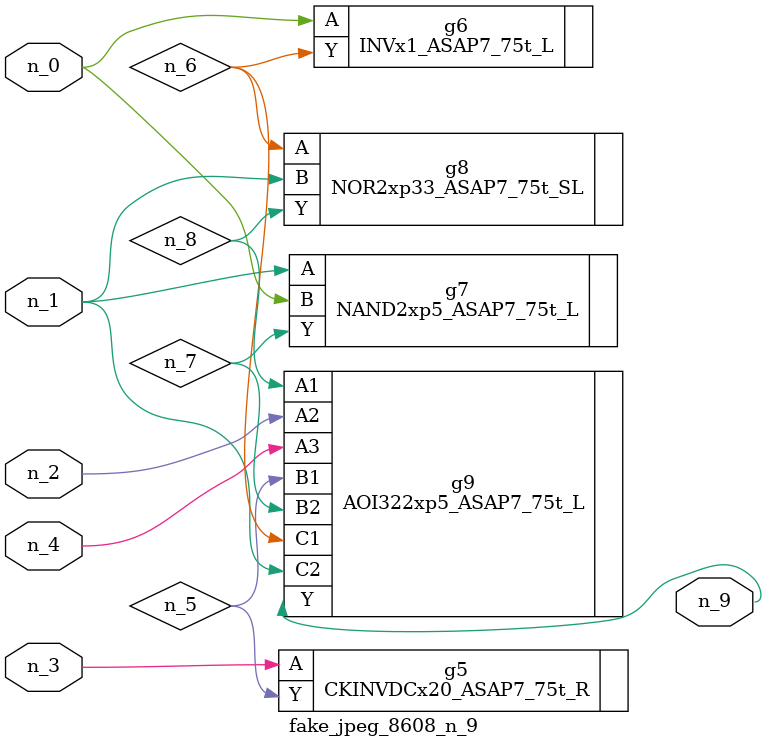
<source format=v>
module fake_jpeg_8608_n_9 (n_3, n_2, n_1, n_0, n_4, n_9);

input n_3;
input n_2;
input n_1;
input n_0;
input n_4;

output n_9;

wire n_8;
wire n_6;
wire n_5;
wire n_7;

CKINVDCx20_ASAP7_75t_R g5 ( 
.A(n_3),
.Y(n_5)
);

INVx1_ASAP7_75t_L g6 ( 
.A(n_0),
.Y(n_6)
);

NAND2xp5_ASAP7_75t_L g7 ( 
.A(n_1),
.B(n_0),
.Y(n_7)
);

NOR2xp33_ASAP7_75t_SL g8 ( 
.A(n_6),
.B(n_1),
.Y(n_8)
);

AOI322xp5_ASAP7_75t_L g9 ( 
.A1(n_8),
.A2(n_2),
.A3(n_4),
.B1(n_5),
.B2(n_7),
.C1(n_6),
.C2(n_1),
.Y(n_9)
);


endmodule
</source>
